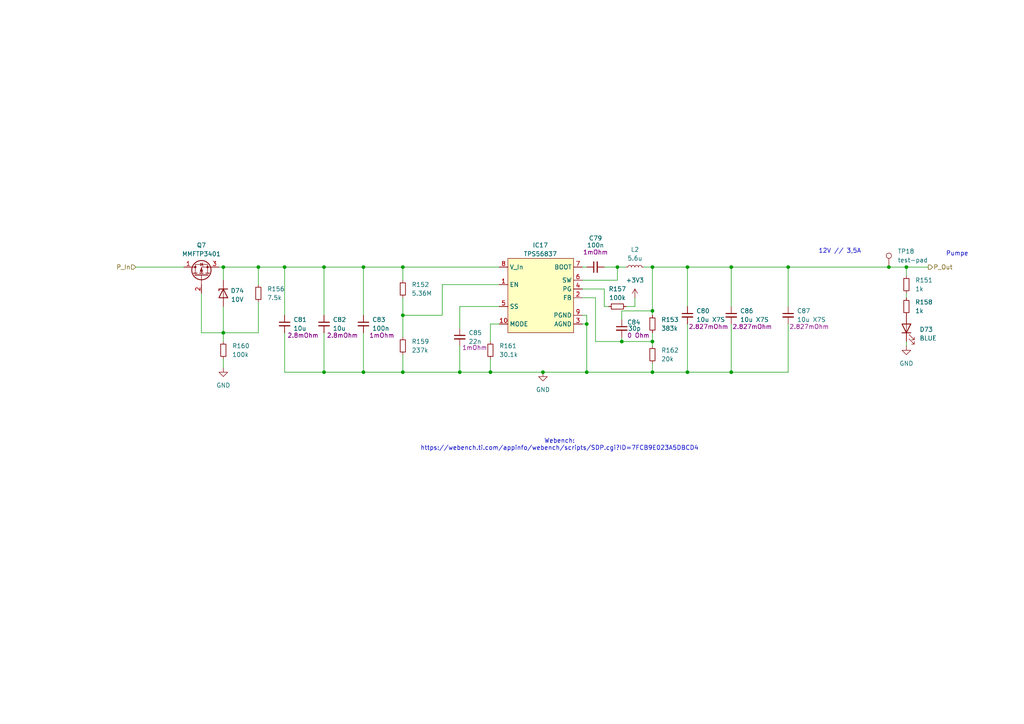
<source format=kicad_sch>
(kicad_sch (version 20250114) (generator "eeschema") (generator_version "9.0")
  (paper "A4")
  (title_block (title "PDU FT26") (date "2025-01-15") (rev "V1.2") (company "Jonas Urban") (comment 1 "FaSTTUBe Electronics"))
  (lib_symbols
    (symbol "Connector:TestPoint" (pin_numbers (hide yes)) (pin_names (offset 0.762) (hide yes))
      (property "Reference" "TP" (at 0 6.858 0))
      (property "Value" "TestPoint" (at 0 5.08 0))
      (symbol "TestPoint_0_1"
        (circle (center 0 3.302) (radius 0.762))
      )
      (symbol "TestPoint_1_1"
        (pin passive line (at 0 0 90) (length 2.54) (name "1") (number "1"))
      )
    )
    (symbol "Device:C_Small" (pin_numbers (hide yes)) (pin_names (offset 0.254) (hide yes))
      (property "Reference" "C" (at 0.254 1.778 0))
      (property "Value" "C_Small" (at 0.254 -2.032 0))
      (symbol "C_Small_0_1"
        (polyline (pts (xy -1.524 0.508) (xy 1.524 0.508)) (stroke (width 0.3048)))
        (polyline (pts (xy -1.524 -0.508) (xy 1.524 -0.508)) (stroke (width 0.3302)))
      )
      (symbol "C_Small_1_1"
        (pin passive line (at 0 2.54 270) (length 2.032) (name "~") (number "1"))
        (pin passive line (at 0 -2.54 90) (length 2.032) (name "~") (number "2"))
      )
    )
    (symbol "Device:D_Zener" (pin_numbers (hide yes)) (pin_names (offset 1.016) (hide yes))
      (property "Reference" "D" (at 0 2.54 0))
      (property "Value" "D_Zener" (at 0 -2.54 0))
      (symbol "D_Zener_0_1"
        (polyline (pts (xy -1.27 -1.27) (xy -1.27 1.27) (xy -0.762 1.27)) (stroke (width 0.254)))
        (polyline (pts (xy 1.27 0) (xy -1.27 0)))
        (polyline (pts (xy 1.27 -1.27) (xy 1.27 1.27) (xy -1.27 0) (xy 1.27 -1.27)) (stroke (width 0.254)))
      )
      (symbol "D_Zener_1_1"
        (pin passive line (at -3.81 0 0) (length 2.54) (name "K") (number "1"))
        (pin passive line (at 3.81 0 180) (length 2.54) (name "A") (number "2"))
      )
    )
    (symbol "Device:LED" (pin_numbers (hide yes)) (pin_names (offset 1.016) (hide yes))
      (property "Reference" "D" (at 0 2.54 0))
      (property "Value" "LED" (at 0 -2.54 0))
      (symbol "LED_0_1"
        (polyline (pts (xy -3.048 -0.762) (xy -4.572 -2.286) (xy -3.81 -2.286) (xy -4.572 -2.286) (xy -4.572 -1.524)))
        (polyline (pts (xy -1.778 -0.762) (xy -3.302 -2.286) (xy -2.54 -2.286) (xy -3.302 -2.286) (xy -3.302 -1.524)))
        (polyline (pts (xy -1.27 0) (xy 1.27 0)))
        (polyline (pts (xy -1.27 -1.27) (xy -1.27 1.27)) (stroke (width 0.254)))
        (polyline (pts (xy 1.27 -1.27) (xy 1.27 1.27) (xy -1.27 0) (xy 1.27 -1.27)) (stroke (width 0.254)))
      )
      (symbol "LED_1_1"
        (pin passive line (at -3.81 0 0) (length 2.54) (name "K") (number "1"))
        (pin passive line (at 3.81 0 180) (length 2.54) (name "A") (number "2"))
      )
    )
    (symbol "Device:L_Small" (pin_numbers (hide yes)) (pin_names (offset 0.254) (hide yes))
      (property "Reference" "L" (at 0.762 1.016 0))
      (property "Value" "L_Small" (at 0.762 -1.016 0))
      (symbol "L_Small_0_1"
        (arc (start 0 2.032) (mid 0.5058 1.524) (end 0 1.016))
        (arc (start 0 1.016) (mid 0.5058 0.508) (end 0 0))
        (arc (start 0 0) (mid 0.5058 -0.508) (end 0 -1.016))
        (arc (start 0 -1.016) (mid 0.5058 -1.524) (end 0 -2.032))
      )
      (symbol "L_Small_1_1"
        (pin passive line (at 0 2.54 270) (length 0.508) (name "~") (number "1"))
        (pin passive line (at 0 -2.54 90) (length 0.508) (name "~") (number "2"))
      )
    )
    (symbol "Device:Q_PMOS_DGS" (pin_names (offset 0) (hide yes))
      (property "Reference" "Q" (at 5.08 1.27 0))
      (property "Value" "Q_PMOS_DGS" (at 5.08 -1.27 0))
      (symbol "Q_PMOS_DGS_0_1"
        (polyline (pts (xy 0.254 1.905) (xy 0.254 -1.905)) (stroke (width 0.254)))
        (polyline (pts (xy 0.254 0) (xy -2.54 0)))
        (polyline (pts (xy 0.762 2.286) (xy 0.762 1.27)) (stroke (width 0.254)))
        (polyline (pts (xy 0.762 1.778) (xy 3.302 1.778) (xy 3.302 -1.778) (xy 0.762 -1.778)))
        (polyline (pts (xy 0.762 0.508) (xy 0.762 -0.508)) (stroke (width 0.254)))
        (polyline (pts (xy 0.762 -1.27) (xy 0.762 -2.286)) (stroke (width 0.254)))
        (circle (center 1.651 0) (radius 2.794) (stroke (width 0.254)))
        (polyline (pts (xy 2.286 0) (xy 1.27 0.381) (xy 1.27 -0.381) (xy 2.286 0)) (fill (type outline)))
        (polyline (pts (xy 2.54 2.54) (xy 2.54 1.778)))
        (circle (center 2.54 1.778) (radius 0.254) (fill (type outline)))
        (circle (center 2.54 -1.778) (radius 0.254) (fill (type outline)))
        (polyline (pts (xy 2.54 -2.54) (xy 2.54 0) (xy 0.762 0)))
        (polyline (pts (xy 2.794 -0.508) (xy 2.921 -0.381) (xy 3.683 -0.381) (xy 3.81 -0.254)))
        (polyline (pts (xy 3.302 -0.381) (xy 2.921 0.254) (xy 3.683 0.254) (xy 3.302 -0.381)))
      )
      (symbol "Q_PMOS_DGS_1_1"
        (pin input line (at -5.08 0 0) (length 2.54) (name "G") (number "2"))
        (pin passive line (at 2.54 5.08 270) (length 2.54) (name "D") (number "1"))
        (pin passive line (at 2.54 -5.08 90) (length 2.54) (name "S") (number "3"))
      )
    )
    (symbol "Device:R_Small" (pin_numbers (hide yes)) (pin_names (offset 0.254) (hide yes))
      (property "Reference" "R" (at 0.762 0.508 0))
      (property "Value" "R_Small" (at 0.762 -1.016 0))
      (symbol "R_Small_0_1"
        (rectangle (start -0.762 1.778) (end 0.762 -1.778) (stroke (width 0.2032)))
      )
      (symbol "R_Small_1_1"
        (pin passive line (at 0 2.54 270) (length 0.762) (name "~") (number "1"))
        (pin passive line (at 0 -2.54 90) (length 0.762) (name "~") (number "2"))
      )
    )
    (symbol "FaSTTUBe_Voltage_Regulators:TPS56837"
      (property "Reference" "IC" (at -3.556 10.922 0))
      (property "Value" "TPS56837" (at -3.302 8.636 0))
      (symbol "TPS56837_1_1"
        (rectangle (start -12.7 7.62) (end 6.35 -13.97) (fill (type background)))
        (pin input line (at -15.24 5.08 0) (length 2.54) (name "V_In") (number "8"))
        (pin input line (at -15.24 0 0) (length 2.54) (name "EN") (number "1"))
        (pin input line (at -15.24 -6.35 0) (length 2.54) (name "SS") (number "5"))
        (pin input line (at -15.24 -11.43 0) (length 2.54) (name "MODE") (number "10"))
        (pin input line (at 8.89 5.08 180) (length 2.54) (name "BOOT") (number "7"))
        (pin input line (at 8.89 1.27 180) (length 2.54) (name "SW") (number "6"))
        (pin input line (at 8.89 -1.27 180) (length 2.54) (name "PG") (number "4"))
        (pin input line (at 8.89 -3.81 180) (length 2.54) (name "FB") (number "2"))
        (pin input line (at 8.89 -8.89 180) (length 2.54) (name "PGND") (number "9"))
        (pin input line (at 8.89 -11.43 180) (length 2.54) (name "AGND") (number "3"))
      )
    )
    (symbol "power:+3.3V" (power) (pin_numbers (hide yes)) (pin_names (offset 0) (hide yes))
      (property "Value" "+3.3V" (at 0 3.556 0))
      (symbol "+3.3V_0_1"
        (polyline (pts (xy -0.762 1.27) (xy 0 2.54)))
        (polyline (pts (xy 0 2.54) (xy 0.762 1.27)))
        (polyline (pts (xy 0 0) (xy 0 2.54)))
      )
      (symbol "+3.3V_1_1"
        (pin power_in line (at 0 0 90) (length 0) (name "~") (number "1"))
      )
    )
    (symbol "power:GND" (power) (pin_numbers (hide yes)) (pin_names (offset 0) (hide yes))
      (property "Value" "GND" (at 0 -3.81 0))
      (symbol "GND_0_1"
        (polyline (pts (xy 0 0) (xy 0 -1.27) (xy 1.27 -1.27) (xy 0 -2.54) (xy -1.27 -1.27) (xy 0 -1.27)))
      )
      (symbol "GND_1_1"
        (pin power_in line (at 0 0 270) (length 0) (name "~") (number "1"))
      )
    )
  )
  (text "12V // 3,5A" (at 243.586 72.898 0) (effects (font (size 1.27 1.27))))
  (text "Webench:\nhttps://webench.ti.com/appinfo/webench/scripts/SDP.cgi?ID=7FCB9E023A5DBCD4" (at 162.306 129.032 0) (effects (font (size 1.27 1.27))))
  (text "Pumpe" (at 277.622 73.66 0) (effects (font (size 1.27 1.27))))
  (junction (at 170.18 107.95))
  (junction (at 93.98 107.95))
  (junction (at 212.09 77.47))
  (junction (at 64.77 96.52))
  (junction (at 189.23 107.95))
  (junction (at 74.93 77.47))
  (junction (at 133.35 107.95))
  (junction (at 189.23 77.47))
  (junction (at 180.34 99.06))
  (junction (at 105.41 77.47))
  (junction (at 199.39 107.95))
  (junction (at 179.07 77.47))
  (junction (at 157.48 107.95))
  (junction (at 105.41 107.95))
  (junction (at 257.81 77.47))
  (junction (at 64.77 77.47))
  (junction (at 189.23 99.06))
  (junction (at 262.89 77.47))
  (junction (at 93.98 77.47))
  (junction (at 228.6 77.47))
  (junction (at 189.23 90.17))
  (junction (at 116.84 91.44))
  (junction (at 212.09 107.95))
  (junction (at 142.24 107.95))
  (junction (at 170.18 93.98))
  (junction (at 199.39 77.47))
  (junction (at 116.84 107.95))
  (junction (at 116.84 77.47))
  (junction (at 82.55 77.47))
  (wire (pts (xy 93.98 77.47) (xy 105.41 77.47)))
  (wire (pts (xy 257.81 77.47) (xy 262.89 77.47)))
  (wire (pts (xy 64.77 104.14) (xy 64.77 106.68)))
  (wire (pts (xy 74.93 77.47) (xy 82.55 77.47)))
  (wire (pts (xy 144.78 88.9) (xy 133.35 88.9)))
  (wire (pts (xy 175.26 83.82) (xy 175.26 88.9)))
  (wire (pts (xy 189.23 77.47) (xy 199.39 77.47)))
  (wire (pts (xy 184.15 88.9) (xy 184.15 86.36)))
  (wire (pts (xy 170.18 93.98) (xy 170.18 107.95)))
  (wire (pts (xy 128.27 82.55) (xy 128.27 91.44)))
  (wire (pts (xy 262.89 77.47) (xy 269.24 77.47)))
  (wire (pts (xy 39.37 77.47) (xy 53.34 77.47)))
  (wire (pts (xy 74.93 77.47) (xy 74.93 82.55)))
  (wire (pts (xy 116.84 107.95) (xy 133.35 107.95)))
  (wire (pts (xy 133.35 107.95) (xy 142.24 107.95)))
  (wire (pts (xy 82.55 77.47) (xy 82.55 91.44)))
  (wire (pts (xy 186.69 77.47) (xy 189.23 77.47)))
  (wire (pts (xy 228.6 77.47) (xy 257.81 77.47)))
  (wire (pts (xy 74.93 96.52) (xy 64.77 96.52)))
  (wire (pts (xy 175.26 77.47) (xy 179.07 77.47)))
  (wire (pts (xy 199.39 77.47) (xy 199.39 88.9)))
  (wire (pts (xy 180.34 99.06) (xy 189.23 99.06)))
  (wire (pts (xy 105.41 77.47) (xy 105.41 91.44)))
  (wire (pts (xy 189.23 90.17) (xy 189.23 91.44)))
  (wire (pts (xy 105.41 107.95) (xy 116.84 107.95)))
  (wire (pts (xy 116.84 77.47) (xy 144.78 77.47)))
  (wire (pts (xy 64.77 96.52) (xy 64.77 99.06)))
  (wire (pts (xy 228.6 93.98) (xy 228.6 107.95)))
  (wire (pts (xy 228.6 77.47) (xy 228.6 88.9)))
  (wire (pts (xy 133.35 88.9) (xy 133.35 95.25)))
  (wire (pts (xy 64.77 77.47) (xy 74.93 77.47)))
  (wire (pts (xy 212.09 77.47) (xy 212.09 88.9)))
  (wire (pts (xy 93.98 107.95) (xy 105.41 107.95)))
  (wire (pts (xy 175.26 88.9) (xy 176.53 88.9)))
  (wire (pts (xy 64.77 88.9) (xy 64.77 96.52)))
  (wire (pts (xy 170.18 107.95) (xy 189.23 107.95)))
  (wire (pts (xy 189.23 77.47) (xy 189.23 90.17)))
  (wire (pts (xy 142.24 104.14) (xy 142.24 107.95)))
  (wire (pts (xy 180.34 99.06) (xy 180.34 97.79)))
  (wire (pts (xy 172.72 99.06) (xy 180.34 99.06)))
  (wire (pts (xy 189.23 105.41) (xy 189.23 107.95)))
  (wire (pts (xy 144.78 93.98) (xy 142.24 93.98)))
  (wire (pts (xy 189.23 99.06) (xy 189.23 100.33)))
  (wire (pts (xy 181.61 88.9) (xy 184.15 88.9)))
  (wire (pts (xy 180.34 90.17) (xy 180.34 92.71)))
  (wire (pts (xy 172.72 86.36) (xy 172.72 99.06)))
  (wire (pts (xy 181.61 77.47) (xy 179.07 77.47)))
  (wire (pts (xy 212.09 107.95) (xy 228.6 107.95)))
  (wire (pts (xy 116.84 77.47) (xy 116.84 81.28)))
  (wire (pts (xy 116.84 91.44) (xy 116.84 97.79)))
  (wire (pts (xy 168.91 83.82) (xy 175.26 83.82)))
  (wire (pts (xy 189.23 107.95) (xy 199.39 107.95)))
  (wire (pts (xy 128.27 91.44) (xy 116.84 91.44)))
  (wire (pts (xy 168.91 86.36) (xy 172.72 86.36)))
  (wire (pts (xy 170.18 91.44) (xy 170.18 93.98)))
  (wire (pts (xy 93.98 96.52) (xy 93.98 107.95)))
  (wire (pts (xy 144.78 82.55) (xy 128.27 82.55)))
  (wire (pts (xy 157.48 107.95) (xy 170.18 107.95)))
  (wire (pts (xy 105.41 77.47) (xy 116.84 77.47)))
  (wire (pts (xy 58.42 85.09) (xy 58.42 96.52)))
  (wire (pts (xy 168.91 91.44) (xy 170.18 91.44)))
  (wire (pts (xy 58.42 96.52) (xy 64.77 96.52)))
  (wire (pts (xy 168.91 93.98) (xy 170.18 93.98)))
  (wire (pts (xy 64.77 77.47) (xy 64.77 81.28)))
  (wire (pts (xy 116.84 86.36) (xy 116.84 91.44)))
  (wire (pts (xy 116.84 102.87) (xy 116.84 107.95)))
  (wire (pts (xy 74.93 87.63) (xy 74.93 96.52)))
  (wire (pts (xy 262.89 99.06) (xy 262.89 100.33)))
  (wire (pts (xy 199.39 93.98) (xy 199.39 107.95)))
  (wire (pts (xy 262.89 77.47) (xy 262.89 80.01)))
  (wire (pts (xy 93.98 77.47) (xy 93.98 91.44)))
  (wire (pts (xy 212.09 93.98) (xy 212.09 107.95)))
  (wire (pts (xy 133.35 100.33) (xy 133.35 107.95)))
  (wire (pts (xy 189.23 96.52) (xy 189.23 99.06)))
  (wire (pts (xy 199.39 107.95) (xy 212.09 107.95)))
  (wire (pts (xy 179.07 81.28) (xy 179.07 77.47)))
  (wire (pts (xy 82.55 96.52) (xy 82.55 107.95)))
  (wire (pts (xy 180.34 90.17) (xy 189.23 90.17)))
  (wire (pts (xy 105.41 96.52) (xy 105.41 107.95)))
  (wire (pts (xy 63.5 77.47) (xy 64.77 77.47)))
  (wire (pts (xy 262.89 85.09) (xy 262.89 86.36)))
  (wire (pts (xy 199.39 77.47) (xy 212.09 77.47)))
  (wire (pts (xy 142.24 93.98) (xy 142.24 99.06)))
  (wire (pts (xy 168.91 81.28) (xy 179.07 81.28)))
  (wire (pts (xy 168.91 77.47) (xy 170.18 77.47)))
  (wire (pts (xy 142.24 107.95) (xy 157.48 107.95)))
  (wire (pts (xy 212.09 77.47) (xy 228.6 77.47)))
  (wire (pts (xy 82.55 107.95) (xy 93.98 107.95)))
  (wire (pts (xy 82.55 77.47) (xy 93.98 77.47)))
  (hierarchical_label "P_In" (shape input) (at 39.37 77.47 180))
  (hierarchical_label "P_Out" (shape output) (at 269.24 77.47 0))
  (symbol (lib_id "Device:R_Small") (at 116.84 100.33 0) (unit 1)
    (property "Reference" "R169" (at 119.38 99.0599 0) (effects (justify left)))
    (property "Value" "237k" (at 119.38 101.5999 0) (effects (justify left)))
    (property "Footprint" "Resistor_SMD:R_0603_1608Metric" (effects (hide yes)))
    (property "Description" "Resistor, small symbol" (effects (hide yes)))
    (instances (project "FT25_PDU" (path "" (reference "R159") (unit 1)) (path "" (reference "R169") (unit 1))))
  )
  (symbol (lib_id "Device:R_Small") (at 74.93 85.09 0) (unit 1)
    (property "Reference" "R166" (at 77.47 83.8199 0) (effects (justify left)))
    (property "Value" "7.5k" (at 77.47 86.3599 0) (effects (justify left)))
    (property "Footprint" "Resistor_SMD:R_0603_1608Metric" (effects (hide yes)))
    (property "Description" "Resistor, small symbol" (effects (hide yes)))
    (instances (project "FT25_PDU" (path "" (reference "R156") (unit 1)) (path "" (reference "R166") (unit 1))))
  )
  (symbol (lib_id "Device:R_Small") (at 189.23 102.87 0) (unit 1)
    (property "Reference" "R172" (at 191.77 101.5999 0) (effects (justify left)))
    (property "Value" "20k" (at 191.77 104.1399 0) (effects (justify left)))
    (property "Footprint" "Resistor_SMD:R_0603_1608Metric" (effects (hide yes)))
    (property "Description" "Resistor, small symbol" (effects (hide yes)))
    (instances (project "FT25_PDU" (path "" (reference "R162") (unit 1)) (path "" (reference "R172") (unit 1))))
  )
  (symbol (lib_id "power:GND") (at 157.48 107.95 0) (unit 1)
    (property "Reference" "#PWR0212" (effects (hide yes)))
    (property "Value" "GND" (at 157.48 113.03 0))
    (property "Description" "Power symbol creates a global label with name \"GND\" , ground" (effects (hide yes)))
    (instances (project "FT25_PDU" (path "" (reference "#PWR0208") (unit 1)) (path "" (reference "#PWR0212") (unit 1))))
  )
  (symbol (lib_id "power:GND") (at 262.89 100.33 0) (unit 1)
    (property "Reference" "#PWR0210" (effects (hide yes)))
    (property "Value" "GND" (at 262.89 105.41 0))
    (property "Description" "Power symbol creates a global label with name \"GND\" , ground" (effects (hide yes)))
    (instances (project "FT25_PDU" (path "" (reference "#PWR0204") (unit 1)) (path "" (reference "#PWR0210") (unit 1))))
  )
  (symbol (lib_id "Device:Q_PMOS_DGS") (at 58.42 80.01 90) (unit 1)
    (property "Reference" "Q8" (at 58.42 71.12 90))
    (property "Value" "MMFTP3401" (at 58.42 73.66 90))
    (property "Footprint" "FaSTTUBe_Switches:SOT-23_GSD" (effects (hide yes)))
    (property "Datasheet" "https://diotec.com/request/datasheet/mmftp3401.pdf" (effects (hide yes)))
    (property "Description" "P-MOSFET transistor, drain/gate/source" (effects (hide yes)))
    (property "Sim.Device" "PMOS" (effects (hide yes)))
    (property "Sim.Type" "VDMOS" (effects (hide yes)))
    (property "Sim.Pins" "1=D 2=G 3=S" (effects (hide yes)))
    (instances (project "FT25_PDU" (path "" (reference "Q7") (unit 1)) (path "" (reference "Q8") (unit 1))))
  )
  (symbol (lib_id "Device:C_Small") (at 199.39 91.44 0) (unit 1)
    (property "Reference" "C89" (at 201.93 90.1762 0) (effects (justify left)))
    (property "Value" "10u X7S" (at 201.93 92.7162 0) (effects (justify left)))
    (property "Footprint" "Capacitor_SMD:C_1210_3225Metric" (effects (hide yes)))
    (property "Description" "Unpolarized capacitor, small symbol" (effects (hide yes)))
    (property "Resistance" "2.827mOhm" (at 205.486 94.742 0))
    (instances (project "FT25_PDU" (path "" (reference "C80") (unit 1)) (path "" (reference "C89") (unit 1))))
  )
  (symbol (lib_id "Device:C_Small") (at 105.41 93.98 0) (unit 1)
    (property "Reference" "C94" (at 107.95 92.7162 0) (effects (justify left)))
    (property "Value" "100n" (at 107.95 95.2562 0) (effects (justify left)))
    (property "Footprint" "Capacitor_SMD:C_0805_2012Metric" (effects (hide yes)))
    (property "Description" "Unpolarized capacitor, small symbol" (effects (hide yes)))
    (property "Resistance" "1mOhm" (at 110.744 97.282 0))
    (instances (project "FT25_PDU" (path "" (reference "C83") (unit 1)) (path "" (reference "C94") (unit 1))))
  )
  (symbol (lib_id "Device:L_Small") (at 184.15 77.47 90) (unit 1)
    (property "Reference" "L4" (at 184.15 72.39 90))
    (property "Value" "5.6u" (at 184.15 74.93 90))
    (property "Footprint" "74439346056:74439346056" (effects (hide yes)))
    (property "Datasheet" "https://www.we-online.com/components/products/datasheet/74439346056.pdf" (effects (hide yes)))
    (property "Description" "Inductor, small symbol" (effects (hide yes)))
    (instances (project "FT25_PDU" (path "" (reference "L2") (unit 1)) (path "" (reference "L4") (unit 1))))
  )
  (symbol (lib_id "Device:LED") (at 262.89 95.25 90) (unit 1)
    (property "Reference" "D75" (at 266.7 95.5674 90) (effects (justify right)))
    (property "Value" "BLUE" (at 266.7 98.1074 90) (effects (justify right)))
    (property "Footprint" "LED_SMD:LED_0603_1608Metric" (effects (hide yes)))
    (property "Datasheet" "https://www.we-online.com/components/products/datasheet/150060BS75000.pdf" (effects (hide yes)))
    (property "Description" "Light emitting diode" (effects (hide yes)))
    (property "MPR" "150060BS75000" (effects (hide yes)))
    (instances (project "FT25_PDU" (path "" (reference "D73") (unit 1)) (path "" (reference "D75") (unit 1))))
  )
  (symbol (lib_id "Device:C_Small") (at 172.72 77.47 90) (unit 1)
    (property "Reference" "C88" (at 172.7263 69.088 90))
    (property "Value" "100n" (at 172.7263 71.12 90))
    (property "Footprint" "Capacitor_SMD:C_0603_1608Metric" (effects (hide yes)))
    (property "Description" "Unpolarized capacitor, small symbol" (effects (hide yes)))
    (property "Resistance" "1mOhm" (at 172.72 73.152 90))
    (instances (project "FT25_PDU" (path "" (reference "C79") (unit 1)) (path "" (reference "C88") (unit 1))))
  )
  (symbol (lib_id "Device:C_Small") (at 228.6 91.44 0) (unit 1)
    (property "Reference" "C91" (at 231.14 90.1762 0) (effects (justify left)))
    (property "Value" "10u X7S" (at 231.14 92.7162 0) (effects (justify left)))
    (property "Footprint" "Capacitor_SMD:C_1210_3225Metric" (effects (hide yes)))
    (property "Description" "Unpolarized capacitor, small symbol" (effects (hide yes)))
    (property "Resistance" "2.827mOhm" (at 234.696 94.742 0))
    (instances (project "FT25_PDU" (path "" (reference "C87") (unit 1)) (path "" (reference "C91") (unit 1))))
  )
  (symbol (lib_id "Device:C_Small") (at 212.09 91.44 0) (unit 1)
    (property "Reference" "C90" (at 214.63 90.1762 0) (effects (justify left)))
    (property "Value" "10u X7S" (at 214.63 92.7162 0) (effects (justify left)))
    (property "Footprint" "Capacitor_SMD:C_1210_3225Metric" (effects (hide yes)))
    (property "Description" "Unpolarized capacitor, small symbol" (effects (hide yes)))
    (property "Resistance" "2.827mOhm" (at 218.186 94.742 0))
    (instances (project "FT25_PDU" (path "" (reference "C86") (unit 1)) (path "" (reference "C90") (unit 1))))
  )
  (symbol (lib_id "Device:R_Small") (at 189.23 93.98 0) (unit 1)
    (property "Reference" "R165" (at 191.77 92.7099 0) (effects (justify left)))
    (property "Value" "383k" (at 191.77 95.2499 0) (effects (justify left)))
    (property "Footprint" "Resistor_SMD:R_0603_1608Metric" (effects (hide yes)))
    (property "Description" "Resistor, small symbol" (effects (hide yes)))
    (instances (project "FT25_PDU" (path "" (reference "R153") (unit 1)) (path "" (reference "R165") (unit 1))))
  )
  (symbol (lib_id "power:+3.3V") (at 184.15 86.36 0) (unit 1)
    (property "Reference" "#PWR0209" (effects (hide yes)))
    (property "Value" "+3V3" (at 184.15 81.28 0))
    (property "Description" "Power symbol creates a global label with name \"+3.3V\"" (effects (hide yes)))
    (instances (project "FT25_PDU" (path "" (reference "#PWR0203") (unit 1)) (path "" (reference "#PWR0209") (unit 1))))
  )
  (symbol (lib_id "FaSTTUBe_Voltage_Regulators:TPS56837") (at 160.02 82.55 0) (unit 1)
    (property "Reference" "IC18" (at 156.718 71.12 0))
    (property "Value" "TPS56837" (at 156.718 73.66 0))
    (property "Footprint" "TPS56837:TPS56837" (effects (hide yes)))
    (property "Datasheet" "https://www.ti.com/lit/ds/symlink/tps56837.pdf?ts=1731338435977" (effects (hide yes)))
    (instances (project "FT25_PDU" (path "" (reference "IC17") (unit 1)) (path "" (reference "IC18") (unit 1))))
  )
  (symbol (lib_id "Connector:TestPoint") (at 257.81 77.47 0) (unit 1)
    (property "Reference" "TP19" (at 260.35 72.8979 0) (effects (justify left)))
    (property "Value" "test-pad" (at 260.35 75.4379 0) (effects (justify left)))
    (property "Footprint" "5025:5025" (effects (hide yes)))
    (property "Description" "test point" (effects (hide yes)))
    (instances (project "FT25_PDU" (path "" (reference "TP18") (unit 1)) (path "" (reference "TP19") (unit 1))))
  )
  (symbol (lib_id "Device:C_Small") (at 82.55 93.98 0) (unit 1)
    (property "Reference" "C92" (at 85.09 92.7162 0) (effects (justify left)))
    (property "Value" "10u" (at 85.09 95.2562 0) (effects (justify left)))
    (property "Footprint" "Capacitor_SMD:C_1210_3225Metric" (effects (hide yes)))
    (property "Description" "Unpolarized capacitor, small symbol" (effects (hide yes)))
    (property "Resistance" "2.8mOhm" (at 87.884 97.282 0))
    (instances (project "FT25_PDU" (path "" (reference "C81") (unit 1)) (path "" (reference "C92") (unit 1))))
  )
  (symbol (lib_id "Device:R_Small") (at 142.24 101.6 0) (unit 1)
    (property "Reference" "R171" (at 144.78 100.3299 0) (effects (justify left)))
    (property "Value" "30.1k" (at 144.78 102.8699 0) (effects (justify left)))
    (property "Footprint" "Resistor_SMD:R_0603_1608Metric" (effects (hide yes)))
    (property "Description" "Resistor, small symbol" (effects (hide yes)))
    (instances (project "FT25_PDU" (path "" (reference "R161") (unit 1)) (path "" (reference "R171") (unit 1))))
  )
  (symbol (lib_id "Device:R_Small") (at 262.89 82.55 0) (unit 1)
    (property "Reference" "R163" (at 265.43 81.2799 0) (effects (justify left)))
    (property "Value" "1k" (at 265.43 83.8199 0) (effects (justify left)))
    (property "Footprint" "Resistor_SMD:R_0603_1608Metric" (effects (hide yes)))
    (property "Description" "Resistor, small symbol" (effects (hide yes)))
    (instances (project "FT25_PDU" (path "" (reference "R151") (unit 1)) (path "" (reference "R163") (unit 1))))
  )
  (symbol (lib_id "Device:R_Small") (at 64.77 101.6 0) (unit 1)
    (property "Reference" "R170" (at 67.31 100.3299 0) (effects (justify left)))
    (property "Value" "100k" (at 67.31 102.8699 0) (effects (justify left)))
    (property "Footprint" "Resistor_SMD:R_0603_1608Metric" (effects (hide yes)))
    (property "Description" "Resistor, small symbol" (effects (hide yes)))
    (instances (project "FT25_PDU" (path "" (reference "R160") (unit 1)) (path "" (reference "R170") (unit 1))))
  )
  (symbol (lib_id "Device:R_Small") (at 179.07 88.9 90) (unit 1)
    (property "Reference" "R167" (at 179.07 83.82 90))
    (property "Value" "100k" (at 179.07 86.36 90))
    (property "Footprint" "Resistor_SMD:R_0603_1608Metric" (effects (hide yes)))
    (property "Description" "Resistor, small symbol" (effects (hide yes)))
    (instances (project "FT25_PDU" (path "" (reference "R157") (unit 1)) (path "" (reference "R167") (unit 1))))
  )
  (symbol (lib_id "Device:R_Small") (at 116.84 83.82 0) (unit 1)
    (property "Reference" "R164" (at 119.38 82.5499 0) (effects (justify left)))
    (property "Value" "5.36M" (at 119.38 85.0899 0) (effects (justify left)))
    (property "Footprint" "Resistor_SMD:R_0603_1608Metric" (effects (hide yes)))
    (property "Description" "Resistor, small symbol" (effects (hide yes)))
    (instances (project "FT25_PDU" (path "" (reference "R152") (unit 1)) (path "" (reference "R164") (unit 1))))
  )
  (symbol (lib_id "Device:C_Small") (at 180.34 95.25 0) (unit 1)
    (property "Reference" "C95" (at 181.864 93.4782 0) (effects (justify left)))
    (property "Value" "30p" (at 182.118 95.2562 0) (effects (justify left)))
    (property "Footprint" "Capacitor_SMD:C_0603_1608Metric" (effects (hide yes)))
    (property "Description" "Unpolarized capacitor, small symbol" (effects (hide yes)))
    (property "Resistance" "0 Ohm" (at 185.166 97.282 0))
    (instances (project "FT25_PDU" (path "" (reference "C84") (unit 1)) (path "" (reference "C95") (unit 1))))
  )
  (symbol (lib_id "Device:D_Zener") (at 64.77 85.09 90) (mirror x) (unit 1)
    (property "Reference" "D72" (at 68.834 84.328 90))
    (property "Value" "10V" (at 68.834 86.868 90))
    (property "Footprint" "3SMAJ5934B-TP:DIOM5226X244N" (effects (hide yes)))
    (property "Datasheet" "https://www.mouser.de/datasheet/2/258/3SMAJ5918B_3SMAJ5956B_SMA_-3423242.pdf" (effects (hide yes)))
    (property "Description" "Zener diode" (effects (hide yes)))
    (property "MPR" "3SMAJ5925B" (effects (hide yes)))
    (instances (project "FT25_PDU" (path "" (reference "D74") (unit 1)) (path "" (reference "D72") (unit 1))))
  )
  (symbol (lib_id "power:GND") (at 64.77 106.68 0) (unit 1)
    (property "Reference" "#PWR0211" (effects (hide yes)))
    (property "Value" "GND" (at 64.77 111.76 0))
    (property "Description" "Power symbol creates a global label with name \"GND\" , ground" (effects (hide yes)))
    (instances (project "FT25_PDU" (path "" (reference "#PWR0207") (unit 1)) (path "" (reference "#PWR0211") (unit 1))))
  )
  (symbol (lib_id "Device:C_Small") (at 93.98 93.98 0) (unit 1)
    (property "Reference" "C93" (at 96.52 92.7162 0) (effects (justify left)))
    (property "Value" "10u" (at 96.52 95.2562 0) (effects (justify left)))
    (property "Footprint" "Capacitor_SMD:C_1210_3225Metric" (effects (hide yes)))
    (property "Description" "Unpolarized capacitor, small symbol" (effects (hide yes)))
    (property "Resistance" "2.8mOhm" (at 99.314 97.282 0))
    (instances (project "FT25_PDU" (path "" (reference "C82") (unit 1)) (path "" (reference "C93") (unit 1))))
  )
  (symbol (lib_id "Device:R_Small") (at 262.89 88.9 0) (unit 1)
    (property "Reference" "R168" (at 265.43 87.6299 0) (effects (justify left)))
    (property "Value" "1k" (at 265.43 90.1699 0) (effects (justify left)))
    (property "Footprint" "Resistor_SMD:R_0603_1608Metric" (effects (hide yes)))
    (property "Description" "Resistor, small symbol" (effects (hide yes)))
    (instances (project "FT25_PDU" (path "" (reference "R158") (unit 1)) (path "" (reference "R168") (unit 1))))
  )
  (symbol (lib_id "Device:C_Small") (at 133.35 97.79 0) (unit 1)
    (property "Reference" "C96" (at 135.89 96.5262 0) (effects (justify left)))
    (property "Value" "22n" (at 135.89 99.0662 0) (effects (justify left)))
    (property "Footprint" "Capacitor_SMD:C_0603_1608Metric" (effects (hide yes)))
    (property "Description" "Unpolarized capacitor, small symbol" (effects (hide yes)))
    (property "Resistance" "1mOhm" (at 137.668 100.838 0))
    (instances (project "FT25_PDU" (path "" (reference "C85") (unit 1)) (path "" (reference "C96") (unit 1))))
  )
)
</source>
